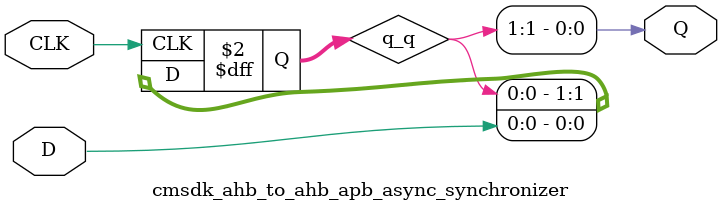
<source format=v>


// Standard double flop logic value synchronizer.

module cmsdk_ahb_to_ahb_apb_async_synchronizer (
      input  wire CLK,
      input  wire D,
      output wire Q
   );

   reg [1:0] q_q;

   always @(posedge CLK)
      q_q <= {q_q[0], D};

   assign Q = q_q[1];

endmodule

// ----------------------------------------------------------------------------
// EOF
// ----------------------------------------------------------------------------

</source>
